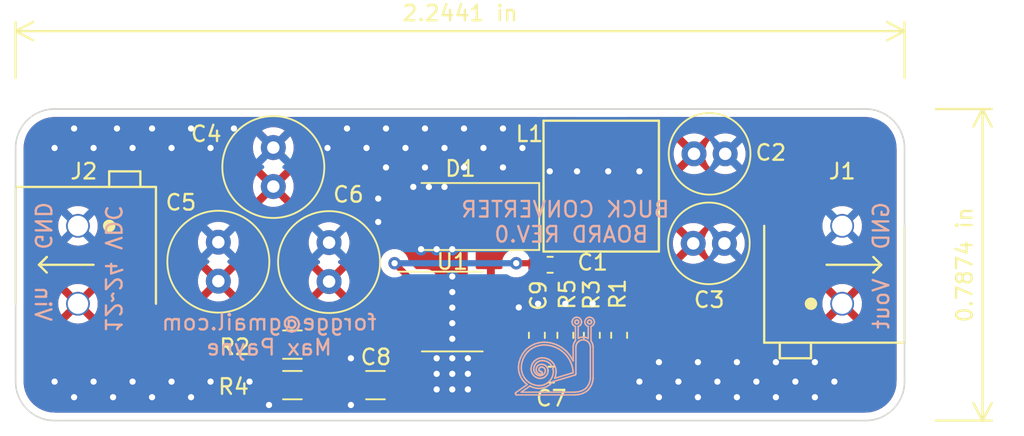
<source format=kicad_pcb>
(kicad_pcb (version 20190605) (host pcbnew "(5.1.0-1220-ga833aeeac)")
  (layers (0 "F.Cu" signal) (31 "B.Cu" signal) (34 "B.Paste" user) (35 "F.Paste" user) (36 "B.SilkS" user) (37 "F.SilkS" user) (38 "B.Mask" user) (39 "F.Mask" user) (44 "Edge.Cuts" user))
  (net 0 "")
  (net 1 "Net-(C1-Pad2)")
  (net 2 "GND")
  (net 3 "Net-(C7-Pad2)")
  (net 4 "Net-(C7-Pad1)")
  (net 5 "Net-(C8-Pad1)")
  (net 6 "Net-(R1-Pad2)")
  (net 7 "Net-(R2-Pad2)")
  (net 8 "/VIN")
  (net 9 "/PH")
  (net 10 "/VOUT")
  (module "Package_SO:SOIC-8_3.9x4.9mm_P1.27mm" (layer "F.Cu") (at 168 123)
    (fp_text reference "U1" (at 0 -3.2) (layer "F.SilkS"))
    (fp_text value "TPS54331")
    (pad "8" smd roundrect (at 2.475 -1.905) (size 1.95 0.6) (layers "F.Cu" "F.Paste" "F.Mask") (net 9 "/PH"))
    (pad "7" smd roundrect (at 2.475 -0.635) (size 1.95 0.6) (layers "F.Cu" "F.Paste" "F.Mask") (net 2 "GND"))
    (pad "6" smd roundrect (at 2.475 0.635) (size 1.95 0.6) (layers "F.Cu" "F.Paste" "F.Mask") (net 4 "Net-(C7-Pad1)"))
    (pad "5" smd roundrect (at 2.475 1.905) (size 1.95 0.6) (layers "F.Cu" "F.Paste" "F.Mask") (net 6 "Net-(R1-Pad2)"))
    (pad "4" smd roundrect (at -2.475 1.905) (size 1.95 0.6) (layers "F.Cu" "F.Paste" "F.Mask") (net 5 "Net-(C8-Pad1)"))
    (pad "3" smd roundrect (at -2.475 0.635) (size 1.95 0.6) (layers "F.Cu" "F.Paste" "F.Mask") (net 7 "Net-(R2-Pad2)"))
    (pad "2" smd roundrect (at -2.475 -0.635) (size 1.95 0.6) (layers "F.Cu" "F.Paste" "F.Mask") (net 8 "/VIN"))
    (pad "1" smd roundrect (at -2.475 -1.905) (size 1.95 0.6) (layers "F.Cu" "F.Paste" "F.Mask") (net 1 "Net-(C1-Pad2)"))
  )
  (module "Resistor_SMD:R_0603_1608Metric_Pad1.05x0.95mm_HandSolder" (layer "F.Cu") (at 175.25 124.525 90)
    (fp_text reference "R5" (at 2.625 0.125 90) (layer "F.SilkS"))
    (fp_text value "13K3")
    (pad "2" smd roundrect (at 0.875 0 90) (size 1.05 0.95) (layers "F.Cu" "F.Paste" "F.Mask") (net 2 "GND"))
    (pad "1" smd roundrect (at -0.875 0 90) (size 1.05 0.95) (layers "F.Cu" "F.Paste" "F.Mask") (net 3 "Net-(C7-Pad2)"))
  )
  (module "Resistor_SMD:R_1206_3216Metric_Pad1.42x1.75mm_HandSolder" (layer "F.Cu") (at 157.75 127.725 180)
    (fp_text reference "R4" (at 3.775 -0.1) (layer "F.SilkS"))
    (fp_text value "47K")
    (pad "2" smd roundrect (at 1.4875 0 180) (size 1.425 1.75) (layers "F.Cu" "F.Paste" "F.Mask") (roundrect_rratio 0.175439) (net 2 "GND"))
    (pad "1" smd roundrect (at -1.4875 0 180) (size 1.425 1.75) (layers "F.Cu" "F.Paste" "F.Mask") (roundrect_rratio 0.175439) (net 7 "Net-(R2-Pad2)"))
  )
  (module "Resistor_SMD:R_0603_1608Metric_Pad1.05x0.95mm_HandSolder" (layer "F.Cu") (at 176.95 124.525 90)
    (fp_text reference "R3" (at 2.6 -0.025 90) (layer "F.SilkS"))
    (fp_text value "2K2")
    (pad "2" smd roundrect (at 0.875 0 90) (size 1.05 0.95) (layers "F.Cu" "F.Paste" "F.Mask") (net 2 "GND"))
    (pad "1" smd roundrect (at -0.875 0 90) (size 1.05 0.95) (layers "F.Cu" "F.Paste" "F.Mask") (net 6 "Net-(R1-Pad2)"))
  )
  (module "Resistor_SMD:R_1206_3216Metric_Pad1.42x1.75mm_HandSolder" (layer "F.Cu") (at 157.75 125.125)
    (fp_text reference "R2" (at -3.7 0.15) (layer "F.SilkS"))
    (fp_text value "220K")
    (pad "2" smd roundrect (at 1.4875 0) (size 1.425 1.75) (layers "F.Cu" "F.Paste" "F.Mask") (roundrect_rratio 0.175439) (net 7 "Net-(R2-Pad2)"))
    (pad "1" smd roundrect (at -1.4875 0) (size 1.425 1.75) (layers "F.Cu" "F.Paste" "F.Mask") (roundrect_rratio 0.175439) (net 8 "/VIN"))
  )
  (module "Resistor_SMD:R_0603_1608Metric_Pad1.05x0.95mm_HandSolder" (layer "F.Cu") (at 178.7 124.525 270)
    (fp_text reference "R1" (at -2.65 0.1 90) (layer "F.SilkS"))
    (fp_text value "10K")
    (pad "2" smd roundrect (at 0.875 0 270) (size 1.05 0.95) (layers "F.Cu" "F.Paste" "F.Mask") (net 6 "Net-(R1-Pad2)"))
    (pad "1" smd roundrect (at -0.875 0 270) (size 1.05 0.95) (layers "F.Cu" "F.Paste" "F.Mask") (net 10 "/VOUT"))
  )
  (module "Project:CDRH74" (layer "F.Cu") (at 177.55 114.95 180)
    (fp_text reference "L1" (at 4.6 3.35) (layer "F.SilkS"))
    (fp_text value "22u")
    (pad "1" smd rect (at 0 -3.2 180) (size 2.2 1.6) (layers "F.Cu" "F.Paste" "F.Mask") (net 9 "/PH"))
    (pad "2" smd rect (at 0 3.2 180) (size 2.2 1.6) (layers "F.Cu" "F.Paste" "F.Mask") (net 10 "/VOUT"))
  )
  (module "Project:DG300-5.0-02P-12" (layer "F.Cu") (at 144 120 270)
    (fp_text reference "J2" (at -6 -0.375 180) (layer "F.SilkS"))
    (fp_text value "VDC_IN")
    (pad "2" thru_hole circle (at 2.5 0 270) (size 1.524 1.524) (drill 1.3) (layers *.Cu *.Mask) (net 8 "/VIN"))
    (pad "1" thru_hole circle (at -2.5 0 270) (size 1.524 1.524) (drill 1.3) (layers *.Cu *.Mask) (net 2 "GND"))
  )
  (module "Project:DG300-5.0-02P-12" (layer "F.Cu") (at 193 120 90)
    (fp_text reference "J1" (at 6 0 180) (layer "F.SilkS"))
    (fp_text value "VDC_OUT")
    (pad "2" thru_hole circle (at 2.5 0 90) (size 1.524 1.524) (drill 1.3) (layers *.Cu *.Mask) (net 2 "GND"))
    (pad "1" thru_hole circle (at -2.5 0 90) (size 1.524 1.524) (drill 1.3) (layers *.Cu *.Mask) (net 10 "/VOUT"))
  )
  (module "Diode_SMD:D_SMA-SMB_Universal_Handsoldering" (layer "F.Cu") (at 168.725 116.9 180)
    (fp_text reference "D1" (at 0.2 3.075) (layer "F.SilkS"))
    (fp_text value "700mV ")
    (pad "2" smd trapezoid (at 2.9 0) (size 3.6 1.7) (rect_delta 0.6 0) (layers "F.Cu" "F.Paste" "F.Mask") (net 2 "GND"))
    (pad "1" smd trapezoid (at -2.9 0 180) (size 3.6 1.7) (rect_delta 0.6 0) (layers "F.Cu" "F.Paste" "F.Mask") (net 9 "/PH"))
  )
  (module "Capacitor_SMD:C_0603_1608Metric_Pad1.05x0.95mm_HandSolder" (layer "F.Cu") (at 173.425 124.525 90)
    (fp_text reference "C9" (at 2.55 0.1 90) (layer "F.SilkS"))
    (fp_text value "10p")
    (pad "2" smd roundrect (at 0.875 0 90) (size 1.05 0.95) (layers "F.Cu" "F.Paste" "F.Mask") (net 2 "GND"))
    (pad "1" smd roundrect (at -0.875 0 90) (size 1.05 0.95) (layers "F.Cu" "F.Paste" "F.Mask") (net 4 "Net-(C7-Pad1)"))
  )
  (module "Capacitor_SMD:C_1206_3216Metric_Pad1.42x1.75mm_HandSolder" (layer "F.Cu") (at 163.075 127.725 180)
    (fp_text reference "C8" (at -0.025 1.8) (layer "F.SilkS"))
    (fp_text value "10n")
    (pad "2" smd roundrect (at 1.4875 0 180) (size 1.425 1.75) (layers "F.Cu" "F.Paste" "F.Mask") (roundrect_rratio 0.175439) (net 2 "GND"))
    (pad "1" smd roundrect (at -1.4875 0 180) (size 1.425 1.75) (layers "F.Cu" "F.Paste" "F.Mask") (roundrect_rratio 0.175439) (net 5 "Net-(C8-Pad1)"))
  )
  (module "Capacitor_SMD:C_0603_1608Metric_Pad1.05x0.95mm_HandSolder" (layer "F.Cu") (at 174.35 127.05)
    (fp_text reference "C7" (at 0 1.525) (layer "F.SilkS"))
    (fp_text value "2n2")
    (pad "2" smd roundrect (at 0.875 0) (size 1.05 0.95) (layers "F.Cu" "F.Paste" "F.Mask") (net 3 "Net-(C7-Pad2)"))
    (pad "1" smd roundrect (at -0.875 0) (size 1.05 0.95) (layers "F.Cu" "F.Paste" "F.Mask") (net 4 "Net-(C7-Pad1)"))
  )
  (module "Capacitor_THT:C_Radial_D6.3mm_H11.0mm_P2.50mm" (layer "F.Cu") (at 160.1 121.075 90)
    (fp_text reference "C6" (at 5.585 1.24 180) (layer "F.SilkS"))
    (fp_text value "10n")
    (pad "2" thru_hole circle (at 2.5 0 90) (size 1.6 1.6) (drill 0.8) (layers *.Cu *.Mask) (net 2 "GND"))
    (pad "1" thru_hole circle (at 0 0 90) (size 1.6 1.6) (drill 0.8) (layers *.Cu *.Mask) (net 8 "/VIN"))
  )
  (module "Capacitor_THT:C_Radial_D6.3mm_H11.0mm_P2.50mm" (layer "F.Cu") (at 153 121.05 90)
    (fp_text reference "C5" (at 5.05 -2.4 180) (layer "F.SilkS"))
    (fp_text value "10u")
    (pad "2" thru_hole circle (at 2.5 0 90) (size 1.6 1.6) (drill 0.8) (layers *.Cu *.Mask) (net 2 "GND"))
    (pad "1" thru_hole circle (at 0 0 90) (size 1.6 1.6) (drill 0.8) (layers *.Cu *.Mask) (net 8 "/VIN"))
  )
  (module "Capacitor_THT:C_Radial_D6.3mm_H11.0mm_P2.50mm" (layer "F.Cu") (at 156.525 114.975 90)
    (fp_text reference "C4" (at 3.375 -4.3 180) (layer "F.SilkS"))
    (fp_text value "10u")
    (pad "2" thru_hole circle (at 2.5 0 90) (size 1.6 1.6) (drill 0.8) (layers *.Cu *.Mask) (net 2 "GND"))
    (pad "1" thru_hole circle (at 0 0 90) (size 1.6 1.6) (drill 0.8) (layers *.Cu *.Mask) (net 8 "/VIN"))
  )
  (module "Capacitor_THT:C_Radial_D5.0mm_H11.0mm_P2.00mm" (layer "F.Cu") (at 183.45 118.625)
    (fp_text reference "C3" (at 1.025 3.625) (layer "F.SilkS"))
    (fp_text value "47u")
    (pad "2" thru_hole circle (at 2 0) (size 1.6 1.6) (drill 0.8) (layers *.Cu *.Mask) (net 2 "GND"))
    (pad "1" thru_hole circle (at 0 0) (size 1.6 1.6) (drill 0.8) (layers *.Cu *.Mask) (net 10 "/VOUT"))
  )
  (module "Capacitor_THT:C_Radial_D5.0mm_H11.0mm_P2.00mm" (layer "F.Cu") (at 183.5 112.875)
    (fp_text reference "C2" (at 4.925 -0.075) (layer "F.SilkS"))
    (fp_text value "47u")
    (pad "2" thru_hole circle (at 2 0) (size 1.6 1.6) (drill 0.8) (layers *.Cu *.Mask) (net 2 "GND"))
    (pad "1" thru_hole circle (at 0 0) (size 1.6 1.6) (drill 0.8) (layers *.Cu *.Mask) (net 10 "/VOUT"))
  )
  (module "Capacitor_SMD:C_0603_1608Metric_Pad1.05x0.95mm_HandSolder" (layer "F.Cu") (at 174.275 120 180)
    (fp_text reference "C1" (at -2.725 0.15) (layer "F.SilkS"))
    (fp_text value "100n")
    (pad "2" smd roundrect (at 0.875 0 180) (size 1.05 0.95) (layers "F.Cu" "F.Paste" "F.Mask") (net 1 "Net-(C1-Pad2)"))
    (pad "1" smd roundrect (at -0.875 0 180) (size 1.05 0.95) (layers "F.Cu" "F.Paste" "F.Mask") (net 9 "/PH"))
  )
  (gr_line (start 174.65539 126.80962) (end 174.63743 126.6765) (layer "B.SilkS") (width 0.1))
  (gr_line (start 173.6168 127.29151) (end 173.64682 127.29151) (layer "B.SilkS") (width 0.1))
  (gr_line (start 176.00614 125.01981) (end 176.06267 124.95135) (layer "B.SilkS") (width 0.1))
  (gr_line (start 175.96343 125.09837) (end 176.00614 125.01981) (layer "B.SilkS") (width 0.1))
  (gr_line (start 176.80535 123.79807) (end 176.79292 123.79807) (layer "B.SilkS") (width 0.1))
  (gr_line (start 177.02865 127.28684) (end 177.02925 127.26639) (layer "B.SilkS") (width 0.1))
  (gr_line (start 173.050675 126.65978) (end 173.050675 126.69537) (layer "B.SilkS") (width 0.1))
  (gr_line (start 175.0498 125.55117) (end 175.18126 125.66603) (layer "B.SilkS") (width 0.1))
  (gr_line (start 175.97201 123.79807) (end 175.93485 123.78804) (layer "B.SilkS") (width 0.1))
  (gr_line (start 173.22542 127.1167) (end 173.3137 127.18951) (layer "B.SilkS") (width 0.1))
  (gr_line (start 176.79292 123.54308) (end 176.80535 123.54308) (layer "B.SilkS") (width 0.1))
  (gr_line (start 174.14144 126.77604) (end 174.13297 126.71365) (layer "B.SilkS") (width 0.1))
  (gr_line (start 175.89589 124.87208) (end 175.87886 124.89275) (layer "B.SilkS") (width 0.1))
  (gr_line (start 173.06277 126.81533) (end 173.097549 126.92719) (layer "B.SilkS") (width 0.1))
  (gr_line (start 173.56462 126.19071) (end 173.66635 126.15989) (layer "B.SilkS") (width 0.1))
  (gr_line (start 173.47092 126.24078) (end 173.56462 126.19071) (layer "B.SilkS") (width 0.1))
  (gr_line (start 175.75998 125.16532) (end 175.75 125.25) (layer "B.SilkS") (width 0.1))
  (gr_line (start 175.98443 123.79807) (end 175.97201 123.79807) (layer "B.SilkS") (width 0.1))
  (gr_line (start 176.85487 123.55307) (end 176.89546 123.58046) (layer "B.SilkS") (width 0.1))
  (gr_line (start 176.95073 124.97185) (end 176.90972 124.90582) (layer "B.SilkS") (width 0.1))
  (gr_line (start 172.247614 126.60612) (end 172.247614 126.64719) (layer "B.SilkS") (width 0.1))
  (gr_line (start 172.424697 126.60612) (end 172.424697 126.53429) (layer "B.SilkS") (width 0.1))
  (gr_line (start 175.70378 123.55208) (end 175.67985 123.64096) (layer "B.SilkS") (width 0.1))
  (gr_line (start 176.89389 123.96197) (end 176.91655 123.95503) (layer "B.SilkS") (width 0.1))
  (gr_line (start 172.452693 126.31896) (end 172.535104 126.04687) (layer "B.SilkS") (width 0.1))
  (gr_line (start 175.80848 128.352654) (end 175.87717 128.352654) (layer "B.SilkS") (width 0.1))
  (gr_line (start 172.247614 126.52561) (end 172.247614 126.60612) (layer "B.SilkS") (width 0.1))
  (gr_line (start 176.77572 123.366) (end 176.6869 123.38993) (layer "B.SilkS") (width 0.1))
  (gr_line (start 173.73812 125.97233) (end 173.63151 125.98617) (layer "B.SilkS") (width 0.1))
  (gr_line (start 172.977161 125.24274) (end 172.784182 125.39128) (layer "B.SilkS") (width 0.1))
  (gr_line (start 175.58441 126.23232) (end 175.65012 126.396281) (layer "B.SilkS") (width 0.1))
  (gr_line (start 176.32672 128.270623) (end 176.53765 128.168517) (layer "B.SilkS") (width 0.1))
  (gr_line (start 176.58822 127.902893) (end 176.55464 127.936584) (layer "B.SilkS") (width 0.1))
  (gr_line (start 172.424697 126.60612) (end 172.424697 126.60612) (layer "B.SilkS") (width 0.1))
  (gr_line (start 177.02925 127.26639) (end 177.02919 127.26211) (layer "B.SilkS") (width 0.1))
  (gr_line (start 173.99637 127.14644) (end 174.0568 127.07319) (layer "B.SilkS") (width 0.1))
  (gr_line (start 176.95297 127.649258) (end 176.99035 127.531365) (layer "B.SilkS") (width 0.1))
  (gr_line (start 175.86692 123.62099) (end 175.89432 123.58046) (layer "B.SilkS") (width 0.1))
  (gr_line (start 174.56625 127.28359) (end 174.58057 127.25066) (layer "B.SilkS") (width 0.1))
  (gr_line (start 173.74686 126.14942) (end 173.77371 126.14942) (layer "B.SilkS") (width 0.1))
  (gr_line (start 173.66635 126.15989) (end 173.74686 126.14942) (layer "B.SilkS") (width 0.1))
  (gr_line (start 172.424697 126.53429) (end 172.452693 126.31896) (layer "B.SilkS") (width 0.1))
  (gr_line (start 176.99328 125.06707) (end 176.95073 124.97185) (layer "B.SilkS") (width 0.1))
  (gr_line (start 175.98443 123.366) (end 175.9548 123.366) (layer "B.SilkS") (width 0.1))
  (gr_line (start 174.65539 126.90962) (end 174.65539 126.85401) (layer "B.SilkS") (width 0.1))
  (gr_line (start 173.097549 126.92719) (end 173.15262 127.02844) (layer "B.SilkS") (width 0.1))
  (gr_line (start 173.7488 126.383471) (end 173.72803 126.383471) (layer "B.SilkS") (width 0.1))
  (gr_line (start 176.93283 123.68294) (end 176.9228 123.72011) (layer "B.SilkS") (width 0.1))
  (gr_line (start 174.14144 126.82174) (end 174.14144 126.79687) (layer "B.SilkS") (width 0.1))
  (gr_line (start 173.46517 126.50196) (end 173.40593 126.59847) (layer "B.SilkS") (width 0.1))
  (gr_line (start 173.48166 126.48553) (end 173.46517 126.50196) (layer "B.SilkS") (width 0.1))
  (gr_line (start 176.223149 124.66071) (end 176.0963 124.70949) (layer "B.SilkS") (width 0.1))
  (gr_line (start 174.28429 125.00739) (end 174.08669 124.9783) (layer "B.SilkS") (width 0.1))
  (gr_line (start 175.83464 124.96046) (end 175.78873 125.05882) (layer "B.SilkS") (width 0.1))
  (gr_line (start 175.89432 123.76069) (end 175.86692 123.72011) (layer "B.SilkS") (width 0.1))
  (gr_line (start 174.0625 127.817715) (end 174.26665 127.683166) (layer "B.SilkS") (width 0.1))
  (gr_line (start 173.82971 127.903706) (end 174.0625 127.817715) (layer "B.SilkS") (width 0.1))
  (gr_line (start 176.6779 123.67058) (end 176.6779 123.65815) (layer "B.SilkS") (width 0.1))
  (gr_line (start 176.48269 124.82515) (end 176.56944 124.85211) (layer "B.SilkS") (width 0.1))
  (gr_line (start 176.41287 124.81576) (end 176.48269 124.82515) (layer "B.SilkS") (width 0.1))
  (gr_line (start 175.93485 123.78804) (end 175.89432 123.76069) (layer "B.SilkS") (width 0.1))
  (gr_line (start 172.057401 128.235901) (end 172.05279 128.263027) (layer "B.SilkS") (width 0.1))
  (gr_line (start 174.42785 125.22537) (end 174.59597 125.28505) (layer "B.SilkS") (width 0.1))
  (gr_line (start 176.11193 123.65815) (end 176.11193 123.67058) (layer "B.SilkS") (width 0.1))
  (gr_line (start 172.480308 127.35629) (end 172.575468 127.478848) (layer "B.SilkS") (width 0.1))
  (gr_line (start 175.9548 123.366) (end 175.86594 123.38993) (layer "B.SilkS") (width 0.1))
  (gr_line (start 176.43268 124.63868) (end 176.3896 124.63868) (layer "B.SilkS") (width 0.1))
  (gr_line (start 175.87717 128.352654) (end 176.083389 128.332092) (layer "B.SilkS") (width 0.1))
  (gr_line (start 173.49811 126.46903) (end 173.48166 126.48553) (layer "B.SilkS") (width 0.1))
  (gr_line (start 172.7621 127.41944) (end 172.621475 127.24908) (layer "B.SilkS") (width 0.1))
  (gr_line (start 172.932455 127.560065) (end 172.7621 127.41944) (layer "B.SilkS") (width 0.1))
  (gr_line (start 173.37278 126.09337) (end 173.2876 126.15897) (layer "B.SilkS") (width 0.1))
  (gr_line (start 173.68462 126.85129) (end 173.67605 126.85129) (layer "B.SilkS") (width 0.1))
  (gr_line (start 173.7105 126.85824) (end 173.68462 126.85129) (layer "B.SilkS") (width 0.1))
  (gr_line (start 176.9803 123.91965) (end 177.04872 123.85347) (layer "B.SilkS") (width 0.1))
  (gr_line (start 176.3896 124.63868) (end 176.34798 124.63868) (layer "B.SilkS") (width 0.1))
  (gr_line (start 176.63037 123.91965) (end 176.69407 123.95503) (layer "B.SilkS") (width 0.1))
  (gr_line (start 176.07297 124.72287) (end 176.07297 123.96197) (layer "B.SilkS") (width 0.1))
  (gr_line (start 176.83491 123.366) (end 176.80535 123.366) (layer "B.SilkS") (width 0.1))
  (gr_line (start 174.63228 127.07661) (end 174.65539 126.90962) (layer "B.SilkS") (width 0.1))
  (gr_line (start 176.6779 123.65815) (end 176.68789 123.62099) (layer "B.SilkS") (width 0.1))
  (gr_line (start 173.72803 126.383471) (end 173.69466 126.383471) (layer "B.SilkS") (width 0.1))
  (gr_line (start 175.89432 123.58046) (end 175.93485 123.55307) (layer "B.SilkS") (width 0.1))
  (gr_line (start 176.27279 123.76861) (end 176.28901 123.69504) (layer "B.SilkS") (width 0.1))
  (gr_line (start 172.669218 125.79624) (end 172.801705 125.62414) (layer "B.SilkS") (width 0.1))
  (gr_line (start 175.86594 123.38993) (end 175.76915 123.4553) (layer "B.SilkS") (width 0.1))
  (gr_line (start 173.61497 126.60265) (end 173.66239 126.57351) (layer "B.SilkS") (width 0.1))
  (gr_line (start 173.60689 126.61074) (end 173.61497 126.60265) (layer "B.SilkS") (width 0.1))
  (gr_line (start 174.13135 126.89643) (end 174.14144 126.82174) (layer "B.SilkS") (width 0.1))
  (gr_line (start 176.0473 128.158317) (end 175.86817 128.175516) (layer "B.SilkS") (width 0.1))
  (gr_line (start 176.25733 128.107048) (end 176.0473 128.158317) (layer "B.SilkS") (width 0.1))
  (gr_line (start 174.39682 126.23086) (end 174.26628 126.12311) (layer "B.SilkS") (width 0.1))
  (gr_line (start 173.36865 126.32824) (end 173.38764 126.309301) (layer "B.SilkS") (width 0.1))
  (gr_line (start 173.31912 126.39258) (end 173.36865 126.32824) (layer "B.SilkS") (width 0.1))
  (gr_line (start 175.98443 123.54308) (end 175.9968 123.54308) (layer "B.SilkS") (width 0.1))
  (gr_line (start 172.804743 127.686855) (end 172.090224 128.191793) (layer "B.SilkS") (width 0.1))
  (gr_line (start 175.18126 125.66603) (end 175.30133 125.79237) (layer "B.SilkS") (width 0.1))
  (gr_line (start 172.05279 128.263027) (end 172.054851 128.284295) (layer "B.SilkS") (width 0.1))
  (gr_line (start 173.40658 126.29032) (end 173.47092 126.24078) (layer "B.SilkS") (width 0.1))
  (gr_line (start 173.38764 126.309301) (end 173.40658 126.29032) (layer "B.SilkS") (width 0.1))
  (gr_line (start 174.11654 126.04172) (end 173.95118 125.99024) (layer "B.SilkS") (width 0.1))
  (gr_line (start 173.74637 127.28142) (end 173.83914 127.25256) (layer "B.SilkS") (width 0.1))
  (gr_line (start 172.95649 127.796447) (end 172.957521 127.795688) (layer "B.SilkS") (width 0.1))
  (gr_line (start 172.420032 128.175516) (end 172.95649 127.796447) (layer "B.SilkS") (width 0.1))
  (gr_line (start 175.97201 123.54308) (end 175.98443 123.54308) (layer "B.SilkS") (width 0.1))
  (gr_line (start 173.7116 126.56055) (end 173.72803 126.56055) (layer "B.SilkS") (width 0.1))
  (gr_line (start 173.66239 126.57351) (end 173.7116 126.56055) (layer "B.SilkS") (width 0.1))
  (gr_line (start 172.535104 126.04687) (end 172.669218 125.79624) (layer "B.SilkS") (width 0.1))
  (gr_line (start 174.65539 126.85401) (end 174.65539 126.80962) (layer "B.SilkS") (width 0.1))
  (gr_line (start 176.34798 124.63868) (end 176.223149 124.66071) (layer "B.SilkS") (width 0.1))
  (gr_line (start 176.67562 128.066304) (end 176.71544 128.026102) (layer "B.SilkS") (width 0.1))
  (gr_line (start 176.79292 123.79807) (end 176.75575 123.78804) (layer "B.SilkS") (width 0.1))
  (gr_line (start 175.85693 123.68294) (end 175.85693 123.67058) (layer "B.SilkS") (width 0.1))
  (gr_line (start 172.521811 125.69808) (end 172.371421 125.97912) (layer "B.SilkS") (width 0.1))
  (gr_line (start 172.371421 125.97912) (end 172.279028 126.28414) (layer "B.SilkS") (width 0.1))
  (gr_line (start 176.81771 123.79807) (end 176.80535 123.79807) (layer "B.SilkS") (width 0.1))
  (gr_line (start 173.55669 126.7435) (end 173.55669 126.73189) (layer "B.SilkS") (width 0.1))
  (gr_line (start 173.56608 126.77833) (end 173.55669 126.7435) (layer "B.SilkS") (width 0.1))
  (gr_line (start 172.059029 128.297478) (end 172.069608 128.316033) (layer "B.SilkS") (width 0.1))
  (gr_line (start 172.903214 125.52262) (end 173.07536 125.39014) (layer "B.SilkS") (width 0.1))
  (gr_line (start 176.1594 123.91965) (end 176.227819 123.85347) (layer "B.SilkS") (width 0.1))
  (gr_line (start 177.02447 127.34403) (end 177.02865 127.28684) (layer "B.SilkS") (width 0.1))
  (gr_line (start 173.77371 125.97233) (end 173.73812 125.97233) (layer "B.SilkS") (width 0.1))
  (gr_line (start 176.07454 123.76069) (end 176.03397 123.78804) (layer "B.SilkS") (width 0.1))
  (gr_line (start 176.09565 123.95503) (end 176.1594 123.91965) (layer "B.SilkS") (width 0.1))
  (gr_line (start 176.6869 123.38993) (end 176.59007 123.4553) (layer "B.SilkS") (width 0.1))
  (gr_line (start 173.37961 126.76069) (end 173.40294 126.84718) (layer "B.SilkS") (width 0.1))
  (gr_line (start 173.37961 126.73189) (end 173.37961 126.76069) (layer "B.SilkS") (width 0.1))
  (gr_line (start 173.96436 126.77387) (end 173.96436 126.79687) (layer "B.SilkS") (width 0.1))
  (gr_line (start 173.94575 126.70497) (end 173.96436 126.77387) (layer "B.SilkS") (width 0.1))
  (gr_line (start 176.93283 123.67058) (end 176.93283 123.68294) (layer "B.SilkS") (width 0.1))
  (gr_line (start 173.050675 126.72532) (end 173.06277 126.81533) (layer "B.SilkS") (width 0.1))
  (gr_line (start 175.69603 123.76861) (end 175.741 123.85342) (layer "B.SilkS") (width 0.1))
  (gr_line (start 173.26904 126.48628) (end 173.31912 126.39258) (layer "B.SilkS") (width 0.1))
  (gr_line (start 173.23823 126.588) (end 173.26904 126.48628) (layer "B.SilkS") (width 0.1))
  (gr_line (start 175.75 125.27828) (end 175.75 126.16911) (layer "B.SilkS") (width 0.1))
  (gr_line (start 174.108889 126.63607) (end 174.07069 126.56587) (layer "B.SilkS") (width 0.1))
  (gr_line (start 175.92708 127.00044) (end 175.92708 126.99344) (layer "B.SilkS") (width 0.1))
  (gr_line (start 175.92247 127.02155) (end 175.92708 127.00044) (layer "B.SilkS") (width 0.1))
  (gr_line (start 173.81804 125.97233) (end 173.77371 125.97233) (layer "B.SilkS") (width 0.1))
  (gr_line (start 173.32601 125.25603) (end 173.5981 125.17361) (layer "B.SilkS") (width 0.1))
  (gr_line (start 173.46653 126.94142) (end 173.56076 127.005) (layer "B.SilkS") (width 0.1))
  (gr_line (start 173.40294 126.84718) (end 173.46653 126.94142) (layer "B.SilkS") (width 0.1))
  (gr_line (start 175.86692 123.72011) (end 175.85693 123.68294) (layer "B.SilkS") (width 0.1))
  (gr_line (start 176.68789 123.72011) (end 176.6779 123.68294) (layer "B.SilkS") (width 0.1))
  (gr_line (start 176.84272 125.18512) (end 176.85216 125.25494) (layer "B.SilkS") (width 0.1))
  (gr_line (start 176.81571 125.09837) (end 176.84272 125.18512) (layer "B.SilkS") (width 0.1))
  (gr_line (start 173.49686 126.02697) (end 173.37278 126.09337) (layer "B.SilkS") (width 0.1))
  (gr_line (start 173.93555 124.96854) (end 173.88521 124.96854) (layer "B.SilkS") (width 0.1))
  (gr_line (start 174.50455 126.36139) (end 174.39682 126.23086) (layer "B.SilkS") (width 0.1))
  (gr_line (start 176.07297 123.96197) (end 176.09565 123.95503) (layer "B.SilkS") (width 0.1))
  (gr_line (start 176.56196 123.85342) (end 176.63037 123.91965) (layer "B.SilkS") (width 0.1))
  (gr_line (start 173.63894 127.93398) (end 173.82971 127.903706) (layer "B.SilkS") (width 0.1))
  (gr_line (start 173.57541 127.93398) (end 173.63894 127.93398) (layer "B.SilkS") (width 0.1))
  (gr_line (start 176.53765 128.168517) (end 176.67562 128.066304) (layer "B.SilkS") (width 0.1))
  (gr_line (start 174.13297 126.71365) (end 174.108889 126.63607) (layer "B.SilkS") (width 0.1))
  (gr_line (start 176.50082 123.67058) (end 176.50082 123.69504) (layer "B.SilkS") (width 0.1))
  (gr_line (start 175.74723 126.88211) (end 175.74886 126.92796) (layer "B.SilkS") (width 0.1))
  (gr_line (start 176.84782 127.32721) (end 176.83789 127.3973) (layer "B.SilkS") (width 0.1))
  (gr_line (start 176.85157 127.2805) (end 176.84782 127.32721) (layer "B.SilkS") (width 0.1))
  (gr_line (start 175.80941 123.91965) (end 175.87315 123.95503) (layer "B.SilkS") (width 0.1))
  (gr_line (start 175.17443 125.426) (end 175.01314 125.30735) (layer "B.SilkS") (width 0.1))
  (gr_line (start 174.27165 126.356011) (end 174.35775 126.46029) (layer "B.SilkS") (width 0.1))
  (gr_line (start 174.16737 126.26992) (end 174.27165 126.356011) (layer "B.SilkS") (width 0.1))
  (gr_line (start 177.02919 127.26211) (end 177.02919 125.27828) (layer "B.SilkS") (width 0.1))
  (gr_line (start 174.90783 125.44885) (end 175.0498 125.55117) (layer "B.SilkS") (width 0.1))
  (gr_line (start 173.73861 126.87724) (end 173.7105 126.85824) (layer "B.SilkS") (width 0.1))
  (gr_line (start 173.7576 126.90533) (end 173.73861 126.87724) (layer "B.SilkS") (width 0.1))
  (gr_line (start 173.050675 126.69537) (end 173.050675 126.72532) (layer "B.SilkS") (width 0.1))
  (gr_line (start 175.67985 123.67058) (end 175.67985 123.69504) (layer "B.SilkS") (width 0.1))
  (gr_line (start 176.28901 123.64096) (end 176.26503 123.55208) (layer "B.SilkS") (width 0.1))
  (gr_line (start 173.2876 126.15897) (end 173.26248 126.18408) (layer "B.SilkS") (width 0.1))
  (gr_line (start 172.852486 125.57342) (end 172.903214 125.52262) (layer "B.SilkS") (width 0.1))
  (gr_line (start 174.58057 127.25066) (end 174.63228 127.07661) (layer "B.SilkS") (width 0.1))
  (gr_line (start 176.85216 125.27828) (end 176.85216 127.26281) (layer "B.SilkS") (width 0.1))
  (gr_line (start 176.85216 125.25494) (end 176.85216 125.27828) (layer "B.SilkS") (width 0.1))
  (gr_line (start 175.9968 123.54308) (end 176.03397 123.55307) (layer "B.SilkS") (width 0.1))
  (gr_line (start 172.141331 128.352654) (end 175.80848 128.352654) (layer "B.SilkS") (width 0.1))
  (gr_line (start 176.014 123.366) (end 175.98443 123.366) (layer "B.SilkS") (width 0.1))
  (gr_line (start 176.227819 123.85347) (end 176.27279 123.76861) (layer "B.SilkS") (width 0.1))
  (gr_line (start 173.25792 127.895569) (end 173.41379 127.924161) (layer "B.SilkS") (width 0.1))
  (gr_line (start 173.10894 127.849344) (end 173.25792 127.895569) (layer "B.SilkS") (width 0.1))
  (gr_line (start 173.96436 126.82775) (end 173.93935 126.92036) (layer "B.SilkS") (width 0.1))
  (gr_line (start 173.96436 126.79687) (end 173.96436 126.82775) (layer "B.SilkS") (width 0.1))
  (gr_line (start 172.070096 128.211487) (end 172.057401 128.235901) (layer "B.SilkS") (width 0.1))
  (gr_line (start 176.75575 123.55307) (end 176.79292 123.54308) (layer "B.SilkS") (width 0.1))
  (gr_line (start 176.81771 123.54308) (end 176.85487 123.55307) (layer "B.SilkS") (width 0.1))
  (gr_line (start 176.74365 127.997565) (end 176.81923 127.90273) (layer "B.SilkS") (width 0.1))
  (gr_line (start 176.07454 123.58046) (end 176.10189 123.62099) (layer "B.SilkS") (width 0.1))
  (gr_line (start 177.08594 123.55208) (end 177.02062 123.4553) (layer "B.SilkS") (width 0.1))
  (gr_line (start 176.7168 124.72896) (end 176.69282 124.71464) (layer "B.SilkS") (width 0.1))
  (gr_line (start 175.37033 125.6059) (end 175.32514 125.56126) (layer "B.SilkS") (width 0.1))
  (gr_line (start 176.03397 123.78804) (end 175.9968 123.79807) (layer "B.SilkS") (width 0.1))
  (gr_line (start 177.04872 123.85347) (end 177.09369 123.76861) (layer "B.SilkS") (width 0.1))
  (gr_line (start 176.91655 123.95503) (end 176.9803 123.91965) (layer "B.SilkS") (width 0.1))
  (gr_line (start 173.88526 125.14562) (end 173.9318 125.14562) (layer "B.SilkS") (width 0.1))
  (gr_line (start 176.11193 123.68294) (end 176.10189 123.72011) (layer "B.SilkS") (width 0.1))
  (gr_line (start 175.93647 125.18512) (end 175.96343 125.09837) (layer "B.SilkS") (width 0.1))
  (gr_line (start 175.92708 125.25494) (end 175.93647 125.18512) (layer "B.SilkS") (width 0.1))
  (gr_line (start 176.69407 123.95503) (end 176.7168 123.96197) (layer "B.SilkS") (width 0.1))
  (gr_line (start 173.59875 126.61882) (end 173.60689 126.61074) (layer "B.SilkS") (width 0.1))
  (gr_line (start 173.56961 126.66629) (end 173.59875 126.61882) (layer "B.SilkS") (width 0.1))
  (gr_line (start 172.399796 127.22293) (end 172.480308 127.35629) (layer "B.SilkS") (width 0.1))
  (gr_line (start 173.17171 126.29444) (end 173.10531 126.41851) (layer "B.SilkS") (width 0.1))
  (gr_line (start 172.279028 126.28414) (end 172.247614 126.52561) (layer "B.SilkS") (width 0.1))
  (gr_line (start 175.87315 123.95503) (end 175.89589 123.96197) (layer "B.SilkS") (width 0.1))
  (gr_line (start 173.3137 127.18951) (end 173.41493 127.24458) (layer "B.SilkS") (width 0.1))
  (gr_line (start 176.74029 127.691955) (end 176.67497 127.799702) (layer "B.SilkS") (width 0.1))
  (gr_line (start 176.78717 127.585238) (end 176.74029 127.691955) (layer "B.SilkS") (width 0.1))
  (gr_line (start 175.70004 126.5675) (end 175.73323 126.74496) (layer "B.SilkS") (width 0.1))
  (gr_line (start 173.92312 127.20687) (end 173.99637 127.14644) (layer "B.SilkS") (width 0.1))
  (gr_line (start 176.9228 123.62099) (end 176.93283 123.65815) (layer "B.SilkS") (width 0.1))
  (gr_line (start 174.75623 125.35982) (end 174.90783 125.44885) (layer "B.SilkS") (width 0.1))
  (gr_line (start 174.4228 126.57997) (end 174.46393 126.71214) (layer "B.SilkS") (width 0.1))
  (gr_line (start 174.35775 126.46029) (end 174.4228 126.57997) (layer "B.SilkS") (width 0.1))
  (gr_line (start 173.95118 125.99024) (end 173.81804 125.97233) (layer "B.SilkS") (width 0.1))
  (gr_line (start 176.80535 123.54308) (end 176.81771 123.54308) (layer "B.SilkS") (width 0.1))
  (gr_line (start 174.0568 127.07319) (end 174.10248 126.98921) (layer "B.SilkS") (width 0.1))
  (gr_line (start 173.64682 127.29151) (end 173.67166 127.29151) (layer "B.SilkS") (width 0.1))
  (gr_line (start 175.85693 123.65815) (end 175.86692 123.62099) (layer "B.SilkS") (width 0.1))
  (gr_line (start 172.257705 126.7704) (end 172.287219 126.92882) (layer "B.SilkS") (width 0.1))
  (gr_line (start 176.03397 123.55307) (end 176.07454 123.58046) (layer "B.SilkS") (width 0.1))
  (gr_line (start 176.648 124.89481) (end 176.71647 124.95135) (layer "B.SilkS") (width 0.1))
  (gr_line (start 176.56944 124.85211) (end 176.648 124.89481) (layer "B.SilkS") (width 0.1))
  (gr_line (start 173.83914 127.25256) (end 173.92312 127.20687) (layer "B.SilkS") (width 0.1))
  (gr_line (start 174.40723 127.20508) (end 174.3239 127.35846) (layer "B.SilkS") (width 0.1))
  (gr_line (start 174.45992 127.0357) (end 174.40723 127.20508) (layer "B.SilkS") (width 0.1))
  (gr_line (start 173.35059 126.99154) (end 173.29937 126.92947) (layer "B.SilkS") (width 0.1))
  (gr_line (start 173.41265 127.04276) (end 173.35059 126.99154) (layer "B.SilkS") (width 0.1))
  (gr_line (start 175.89589 123.96197) (end 175.89589 124.87208) (layer "B.SilkS") (width 0.1))
  (gr_line (start 173.67762 127.11443) (end 173.64682 127.11443) (layer "B.SilkS") (width 0.1))
  (gr_line (start 173.77023 127.08942) (end 173.67762 127.11443) (layer "B.SilkS") (width 0.1))
  (gr_line (start 176.68789 123.62099) (end 176.71522 123.58046) (layer "B.SilkS") (width 0.1))
  (gr_line (start 177.01997 125.16971) (end 176.99328 125.06707) (layer "B.SilkS") (width 0.1))
  (gr_line (start 174.63743 126.6765) (end 174.58594 126.51112) (layer "B.SilkS") (width 0.1))
  (gr_line (start 173.89503 126.62983) (end 173.94575 126.70497) (layer "B.SilkS") (width 0.1))
  (gr_line (start 173.81987 126.57911) (end 173.89503 126.62983) (layer "B.SilkS") (width 0.1))
  (gr_line (start 176.85216 127.2672) (end 176.85157 127.2805) (layer "B.SilkS") (width 0.1))
  (gr_line (start 176.85216 127.26281) (end 176.85216 127.2672) (layer "B.SilkS") (width 0.1))
  (gr_line (start 173.12793 127.666294) (end 172.932455 127.560065) (layer "B.SilkS") (width 0.1))
  (gr_line (start 173.34375 127.733459) (end 173.12793 127.666294) (layer "B.SilkS") (width 0.1))
  (gr_line (start 176.81869 127.485195) (end 176.78717 127.585238) (layer "B.SilkS") (width 0.1))
  (gr_line (start 176.83789 127.3973) (end 176.81869 127.485195) (layer "B.SilkS") (width 0.1))
  (gr_line (start 172.424697 126.66401) (end 172.424697 126.60612) (layer "B.SilkS") (width 0.1))
  (gr_line (start 172.44808 126.83774) (end 172.424697 126.66401) (layer "B.SilkS") (width 0.1))
  (gr_line (start 176.51698 123.76861) (end 176.56196 123.85342) (layer "B.SilkS") (width 0.1))
  (gr_line (start 175.87078 127.07623) (end 175.88965 127.06571) (layer "B.SilkS") (width 0.1))
  (gr_line (start 175.86404 127.07824) (end 175.87078 127.07623) (layer "B.SilkS") (width 0.1))
  (gr_line (start 174.43598 127.506951) (end 174.44591 127.504672) (layer "B.SilkS") (width 0.1))
  (gr_line (start 174.43501 127.507113) (end 174.43598 127.506951) (layer "B.SilkS") (width 0.1))
  (gr_line (start 175.01314 125.30735) (end 174.84235 125.20574) (layer "B.SilkS") (width 0.1))
  (gr_line (start 172.089031 128.33551) (end 172.113499 128.348151) (layer "B.SilkS") (width 0.1))
  (gr_line (start 174.66325 125.12153) (end 174.47683 125.05529) (layer "B.SilkS") (width 0.1))
  (gr_line (start 172.287219 126.92882) (end 172.335016 127.08003) (layer "B.SilkS") (width 0.1))
  (gr_line (start 176.43789 128.021816) (end 176.25733 128.107048) (layer "B.SilkS") (width 0.1))
  (gr_line (start 176.55464 127.936584) (end 176.43789 128.021816) (layer "B.SilkS") (width 0.1))
  (gr_line (start 175.65012 126.396281) (end 175.70004 126.5675) (layer "B.SilkS") (width 0.1))
  (gr_line (start 173.26069 126.85829) (end 173.23627 126.77968) (layer "B.SilkS") (width 0.1))
  (gr_line (start 173.29937 126.92947) (end 173.26069 126.85829) (layer "B.SilkS") (width 0.1))
  (gr_line (start 176.89546 123.76069) (end 176.85487 123.78804) (layer "B.SilkS") (width 0.1))
  (gr_line (start 176.89389 124.88553) (end 176.89389 123.96197) (layer "B.SilkS") (width 0.1))
  (gr_line (start 175.40912 125.92947) (end 175.5038 126.07644) (layer "B.SilkS") (width 0.1))
  (gr_line (start 173.59169 126.81625) (end 173.56608 126.77833) (layer "B.SilkS") (width 0.1))
  (gr_line (start 173.62961 126.84186) (end 173.59169 126.81625) (layer "B.SilkS") (width 0.1))
  (gr_line (start 175.85693 123.67058) (end 175.85693 123.65815) (layer "B.SilkS") (width 0.1))
  (gr_line (start 175.76915 123.4553) (end 175.70378 123.55208) (layer "B.SilkS") (width 0.1))
  (gr_line (start 173.64719 127.02838) (end 173.67605 127.02838) (layer "B.SilkS") (width 0.1))
  (gr_line (start 173.56076 127.005) (end 173.64719 127.02838) (layer "B.SilkS") (width 0.1))
  (gr_line (start 174.4783 126.89942) (end 174.45992 127.0357) (layer "B.SilkS") (width 0.1))
  (gr_line (start 174.4783 126.85401) (end 174.4783 126.89942) (layer "B.SilkS") (width 0.1))
  (gr_line (start 175.5038 126.07644) (end 175.58441 126.23232) (layer "B.SilkS") (width 0.1))
  (gr_line (start 173.06451 126.55318) (end 173.050675 126.65978) (layer "B.SilkS") (width 0.1))
  (gr_line (start 173.37961 126.69851) (end 173.37961 126.73189) (layer "B.SilkS") (width 0.1))
  (gr_line (start 173.40593 126.59847) (end 173.37961 126.69851) (layer "B.SilkS") (width 0.1))
  (gr_line (start 174.47683 125.05529) (end 174.28429 125.00739) (layer "B.SilkS") (width 0.1))
  (gr_line (start 176.75575 123.78804) (end 176.71522 123.76069) (layer "B.SilkS") (width 0.1))
  (gr_line (start 172.090224 128.191793) (end 172.084528 128.195752) (layer "B.SilkS") (width 0.1))
  (gr_line (start 176.083389 128.332092) (end 176.32672 128.270623) (layer "B.SilkS") (width 0.1))
  (gr_line (start 173.59462 126.40978) (end 173.49811 126.46903) (layer "B.SilkS") (width 0.1))
  (gr_line (start 174.44694 127.504401) (end 175.86404 127.07824) (layer "B.SilkS") (width 0.1))
  (gr_line (start 174.44591 127.504672) (end 174.44694 127.504401) (layer "B.SilkS") (width 0.1))
  (gr_line (start 172.670357 125.50511) (end 172.521811 125.69808) (layer "B.SilkS") (width 0.1))
  (gr_line (start 174.07157 125.15474) (end 174.25276 125.18165) (layer "B.SilkS") (width 0.1))
  (gr_line (start 174.39833 127.555237) (end 174.43501 127.507113) (layer "B.SilkS") (width 0.1))
  (gr_line (start 174.26665 127.683166) (end 174.39833 127.555237) (layer "B.SilkS") (width 0.1))
  (gr_line (start 176.80535 123.366) (end 176.77572 123.366) (layer "B.SilkS") (width 0.1))
  (gr_line (start 177.02925 125.2511) (end 177.01997 125.16971) (layer "B.SilkS") (width 0.1))
  (gr_line (start 176.10189 123.72011) (end 176.07454 123.76069) (layer "B.SilkS") (width 0.1))
  (gr_line (start 173.67166 127.29151) (end 173.74637 127.28142) (layer "B.SilkS") (width 0.1))
  (gr_line (start 173.62571 127.11443) (end 173.56244 127.10586) (layer "B.SilkS") (width 0.1))
  (gr_line (start 173.64682 127.11443) (end 173.62571 127.11443) (layer "B.SilkS") (width 0.1))
  (gr_line (start 176.71522 123.76069) (end 176.68789 123.72011) (layer "B.SilkS") (width 0.1))
  (gr_line (start 172.684029 127.589416) (end 172.773222 127.66434) (layer "B.SilkS") (width 0.1))
  (gr_line (start 173.26248 126.18408) (end 173.23731 126.20921) (layer "B.SilkS") (width 0.1))
  (gr_line (start 174.07069 126.56587) (end 174.02018 126.50467) (layer "B.SilkS") (width 0.1))
  (gr_line (start 173.22776 126.71643) (end 173.22776 126.69537) (layer "B.SilkS") (width 0.1))
  (gr_line (start 173.23627 126.77968) (end 173.22776 126.71643) (layer "B.SilkS") (width 0.1))
  (gr_line (start 176.6779 123.68294) (end 176.6779 123.67058) (layer "B.SilkS") (width 0.1))
  (gr_line (start 176.28901 123.67058) (end 176.28901 123.64096) (layer "B.SilkS") (width 0.1))
  (gr_line (start 173.07536 125.39014) (end 173.32601 125.25603) (layer "B.SilkS") (width 0.1))
  (gr_line (start 176.50082 123.64096) (end 176.50082 123.67058) (layer "B.SilkS") (width 0.1))
  (gr_line (start 175.93485 123.55307) (end 175.97201 123.54308) (layer "B.SilkS") (width 0.1))
  (gr_line (start 176.99035 127.531365) (end 177.01292 127.427633) (layer "B.SilkS") (width 0.1))
  (gr_line (start 176.71522 123.58046) (end 176.75575 123.55307) (layer "B.SilkS") (width 0.1))
  (gr_line (start 173.002172 127.804259) (end 173.10894 127.849344) (layer "B.SilkS") (width 0.1))
  (gr_line (start 172.967991 127.786627) (end 173.002172 127.804259) (layer "B.SilkS") (width 0.1))
  (gr_line (start 176.9228 123.72011) (end 176.89546 123.76069) (layer "B.SilkS") (width 0.1))
  (gr_line (start 173.23731 126.20921) (end 173.17171 126.29444) (layer "B.SilkS") (width 0.1))
  (gr_line (start 172.784182 125.39128) (end 172.727269 125.44819) (layer "B.SilkS") (width 0.1))
  (gr_line (start 175.92708 125.27828) (end 175.92708 125.25494) (layer "B.SilkS") (width 0.1))
  (gr_line (start 175.92708 126.99344) (end 175.92708 125.27828) (layer "B.SilkS") (width 0.1))
  (gr_line (start 174.58594 126.51112) (end 174.50455 126.36139) (layer "B.SilkS") (width 0.1))
  (gr_line (start 172.773222 127.66434) (end 172.804743 127.686855) (layer "B.SilkS") (width 0.1))
  (gr_line (start 173.51747 127.756897) (end 173.34375 127.733459) (layer "B.SilkS") (width 0.1))
  (gr_line (start 173.57541 127.756897) (end 173.51747 127.756897) (layer "B.SilkS") (width 0.1))
  (gr_line (start 173.55669 126.71544) (end 173.56961 126.66629) (layer "B.SilkS") (width 0.1))
  (gr_line (start 173.55669 126.73189) (end 173.55669 126.71544) (layer "B.SilkS") (width 0.1))
  (gr_line (start 175.75 126.16911) (end 175.72467 126.11324) (layer "B.SilkS") (width 0.1))
  (gr_line (start 176.90972 124.90582) (end 176.89389 124.88553) (layer "B.SilkS") (width 0.1))
  (gr_line (start 175.32514 125.56126) (end 175.28918 125.52572) (layer "B.SilkS") (width 0.1))
  (gr_line (start 176.92378 123.38993) (end 176.83491 123.366) (layer "B.SilkS") (width 0.1))
  (gr_line (start 175.28918 125.52572) (end 175.17443 125.426) (layer "B.SilkS") (width 0.1))
  (gr_line (start 173.10531 126.41851) (end 173.06451 126.55318) (layer "B.SilkS") (width 0.1))
  (gr_line (start 175.56739 125.84832) (end 175.37033 125.6059) (layer "B.SilkS") (width 0.1))
  (gr_line (start 177.02925 125.27828) (end 177.02925 125.27828) (layer "B.SilkS") (width 0.1))
  (gr_line (start 172.967069 127.787495) (end 172.967991 127.786627) (layer "B.SilkS") (width 0.1))
  (gr_line (start 172.957521 127.795688) (end 172.967069 127.787495) (layer "B.SilkS") (width 0.1))
  (gr_line (start 172.056967 128.290913) (end 172.059029 128.297478) (layer "B.SilkS") (width 0.1))
  (gr_line (start 172.247614 126.64719) (end 172.257705 126.7704) (layer "B.SilkS") (width 0.1))
  (gr_line (start 176.11193 123.67058) (end 176.11193 123.68294) (layer "B.SilkS") (width 0.1))
  (gr_line (start 172.575468 127.478848) (end 172.684029 127.589416) (layer "B.SilkS") (width 0.1))
  (gr_line (start 173.62082 127.756897) (end 173.57541 127.756897) (layer "B.SilkS") (width 0.1))
  (gr_line (start 173.75711 127.738505) (end 173.62082 127.756897) (layer "B.SilkS") (width 0.1))
  (gr_line (start 173.535 127.93398) (end 173.57541 127.93398) (layer "B.SilkS") (width 0.1))
  (gr_line (start 173.41379 127.924161) (end 173.535 127.93398) (layer "B.SilkS") (width 0.1))
  (gr_line (start 175.9968 123.79807) (end 175.98443 123.79807) (layer "B.SilkS") (width 0.1))
  (gr_line (start 176.773 125.01981) (end 176.81571 125.09837) (layer "B.SilkS") (width 0.1))
  (gr_line (start 176.71647 124.95135) (end 176.773 125.01981) (layer "B.SilkS") (width 0.1))
  (gr_line (start 174.21354 127.49214) (end 174.07986 127.602437) (layer "B.SilkS") (width 0.1))
  (gr_line (start 174.3239 127.35846) (end 174.21354 127.49214) (layer "B.SilkS") (width 0.1))
  (gr_line (start 174.10248 126.98921) (end 174.13135 126.89643) (layer "B.SilkS") (width 0.1))
  (gr_line (start 173.80469 124.96854) (end 173.56321 124.99996) (layer "B.SilkS") (width 0.1))
  (gr_line (start 176.85487 123.78804) (end 176.81771 123.79807) (layer "B.SilkS") (width 0.1))
  (gr_line (start 173.7646 126.93121) (end 173.7576 126.90533) (layer "B.SilkS") (width 0.1))
  (gr_line (start 173.7646 126.93983) (end 173.7646 126.93121) (layer "B.SilkS") (width 0.1))
  (gr_line (start 174.14144 126.79687) (end 174.14144 126.77604) (layer "B.SilkS") (width 0.1))
  (gr_line (start 173.41493 127.24458) (end 173.5268 127.27936) (layer "B.SilkS") (width 0.1))
  (gr_line (start 175.74886 126.92796) (end 174.56625 127.28359) (layer "B.SilkS") (width 0.1))
  (gr_line (start 173.25819 125.09235) (end 172.977161 125.24274) (layer "B.SilkS") (width 0.1))
  (gr_line (start 177.10992 123.67058) (end 177.10992 123.64096) (layer "B.SilkS") (width 0.1))
  (gr_line (start 177.10992 123.64096) (end 177.08594 123.55208) (layer "B.SilkS") (width 0.1))
  (gr_line (start 173.22776 126.66851) (end 173.23823 126.588) (layer "B.SilkS") (width 0.1))
  (gr_line (start 173.22776 126.69537) (end 173.22776 126.66851) (layer "B.SilkS") (width 0.1))
  (gr_line (start 175.67985 123.69504) (end 175.69603 123.76861) (layer "B.SilkS") (width 0.1))
  (gr_line (start 173.75098 126.56055) (end 173.81987 126.57911) (layer "B.SilkS") (width 0.1))
  (gr_line (start 173.72803 126.56055) (end 173.75098 126.56055) (layer "B.SilkS") (width 0.1))
  (gr_line (start 174.25276 125.18165) (end 174.42785 125.22537) (layer "B.SilkS") (width 0.1))
  (gr_line (start 174.4783 126.81853) (end 174.4783 126.85401) (layer "B.SilkS") (width 0.1))
  (gr_line (start 174.46393 126.71214) (end 174.4783 126.81853) (layer "B.SilkS") (width 0.1))
  (gr_line (start 176.59007 123.4553) (end 176.52473 123.55208) (layer "B.SilkS") (width 0.1))
  (gr_line (start 176.50082 123.69504) (end 176.51698 123.76861) (layer "B.SilkS") (width 0.1))
  (gr_line (start 175.67985 123.64096) (end 175.67985 123.67058) (layer "B.SilkS") (width 0.1))
  (gr_line (start 177.02919 125.27828) (end 177.02925 125.27828) (layer "B.SilkS") (width 0.1))
  (gr_line (start 173.66444 126.85129) (end 173.62961 126.84186) (layer "B.SilkS") (width 0.1))
  (gr_line (start 173.67605 126.85129) (end 173.66444 126.85129) (layer "B.SilkS") (width 0.1))
  (gr_line (start 173.68462 127.02838) (end 173.7105 127.02138) (layer "B.SilkS") (width 0.1))
  (gr_line (start 173.67605 127.02838) (end 173.68462 127.02838) (layer "B.SilkS") (width 0.1))
  (gr_line (start 172.054851 128.284295) (end 172.056967 128.290913) (layer "B.SilkS") (width 0.1))
  (gr_line (start 175.73323 126.74496) (end 175.74723 126.88211) (layer "B.SilkS") (width 0.1))
  (gr_line (start 173.5268 127.27936) (end 173.6168 127.29151) (layer "B.SilkS") (width 0.1))
  (gr_line (start 173.73861 127.00239) (end 173.7576 126.97429) (layer "B.SilkS") (width 0.1))
  (gr_line (start 173.7105 127.02138) (end 173.73861 127.00239) (layer "B.SilkS") (width 0.1))
  (gr_line (start 176.29644 124.82515) (end 176.36626 124.81576) (layer "B.SilkS") (width 0.1))
  (gr_line (start 176.20969 124.85211) (end 176.29644 124.82515) (layer "B.SilkS") (width 0.1))
  (gr_line (start 174.04769 126.20486) (end 174.16737 126.26992) (layer "B.SilkS") (width 0.1))
  (gr_line (start 173.91553 126.16375) (end 174.04769 126.20486) (layer "B.SilkS") (width 0.1))
  (gr_line (start 177.10992 123.69504) (end 177.10992 123.67058) (layer "B.SilkS") (width 0.1))
  (gr_line (start 176.0963 124.70949) (end 176.07297 124.72287) (layer "B.SilkS") (width 0.1))
  (gr_line (start 172.515247 127.05361) (end 172.44808 126.83774) (layer "B.SilkS") (width 0.1))
  (gr_line (start 172.621475 127.24908) (end 172.515247 127.05361) (layer "B.SilkS") (width 0.1))
  (gr_line (start 173.7646 126.94842) (end 173.7646 126.93983) (layer "B.SilkS") (width 0.1))
  (gr_line (start 173.7576 126.97429) (end 173.7646 126.94842) (layer "B.SilkS") (width 0.1))
  (gr_line (start 173.63151 125.98617) (end 173.49686 126.02697) (layer "B.SilkS") (width 0.1))
  (gr_line (start 173.80914 126.14942) (end 173.91553 126.16375) (layer "B.SilkS") (width 0.1))
  (gr_line (start 173.77371 126.14942) (end 173.80914 126.14942) (layer "B.SilkS") (width 0.1))
  (gr_line (start 175.80848 128.175516) (end 172.420032 128.175516) (layer "B.SilkS") (width 0.1))
  (gr_line (start 175.86817 128.175516) (end 175.80848 128.175516) (layer "B.SilkS") (width 0.1))
  (gr_line (start 173.95898 126.45417) (end 173.88878 126.41597) (layer "B.SilkS") (width 0.1))
  (gr_line (start 176.61187 127.879076) (end 176.58822 127.902893) (layer "B.SilkS") (width 0.1))
  (gr_line (start 176.67497 127.799702) (end 176.61187 127.879076) (layer "B.SilkS") (width 0.1))
  (gr_line (start 173.81343 125.14562) (end 173.88526 125.14562) (layer "B.SilkS") (width 0.1))
  (gr_line (start 174.59597 125.28505) (end 174.75623 125.35982) (layer "B.SilkS") (width 0.1))
  (gr_line (start 174.84235 125.20574) (end 174.66325 125.12153) (layer "B.SilkS") (width 0.1))
  (gr_line (start 176.3896 124.81576) (end 176.41287 124.81576) (layer "B.SilkS") (width 0.1))
  (gr_line (start 176.36626 124.81576) (end 176.3896 124.81576) (layer "B.SilkS") (width 0.1))
  (gr_line (start 177.01292 127.427633) (end 177.02447 127.34403) (layer "B.SilkS") (width 0.1))
  (gr_line (start 175.30133 125.79237) (end 175.40912 125.92947) (layer "B.SilkS") (width 0.1))
  (gr_line (start 176.13114 124.89481) (end 176.20969 124.85211) (layer "B.SilkS") (width 0.1))
  (gr_line (start 176.06267 124.95135) (end 176.13114 124.89481) (layer "B.SilkS") (width 0.1))
  (gr_line (start 174.08669 124.9783) (end 173.93555 124.96854) (layer "B.SilkS") (width 0.1))
  (gr_line (start 175.90957 127.04623) (end 175.92247 127.02155) (layer "B.SilkS") (width 0.1))
  (gr_line (start 175.88965 127.06571) (end 175.90957 127.04623) (layer "B.SilkS") (width 0.1))
  (gr_line (start 175.72467 126.11324) (end 175.56739 125.84832) (layer "B.SilkS") (width 0.1))
  (gr_line (start 173.87121 127.02133) (end 173.77023 127.08942) (layer "B.SilkS") (width 0.1))
  (gr_line (start 173.93935 126.92036) (end 173.87121 127.02133) (layer "B.SilkS") (width 0.1))
  (gr_line (start 177.02062 123.4553) (end 176.92378 123.38993) (layer "B.SilkS") (width 0.1))
  (gr_line (start 176.89719 127.775072) (end 176.95297 127.649258) (layer "B.SilkS") (width 0.1))
  (gr_line (start 176.58822 127.902893) (end 176.58822 127.902893) (layer "B.SilkS") (width 0.1))
  (gr_line (start 172.801705 125.62414) (end 172.852486 125.57342) (layer "B.SilkS") (width 0.1))
  (gr_line (start 176.6779 123.67058) (end 176.6779 123.67058) (layer "B.SilkS") (width 0.1))
  (gr_line (start 176.28901 123.69504) (end 176.28901 123.67058) (layer "B.SilkS") (width 0.1))
  (gr_line (start 176.26503 123.55208) (end 176.199709 123.4553) (layer "B.SilkS") (width 0.1))
  (gr_line (start 176.52473 123.55208) (end 176.50082 123.64096) (layer "B.SilkS") (width 0.1))
  (gr_line (start 172.134332 128.352654) (end 172.141331 128.352654) (layer "B.SilkS") (width 0.1))
  (gr_line (start 176.10189 123.62099) (end 176.11193 123.65815) (layer "B.SilkS") (width 0.1))
  (gr_line (start 173.48383 127.08144) (end 173.41265 127.04276) (layer "B.SilkS") (width 0.1))
  (gr_line (start 173.56244 127.10586) (end 173.48383 127.08144) (layer "B.SilkS") (width 0.1))
  (gr_line (start 175.85693 123.67058) (end 175.85693 123.67058) (layer "B.SilkS") (width 0.1))
  (gr_line (start 176.10286 123.38993) (end 176.014 123.366) (layer "B.SilkS") (width 0.1))
  (gr_line (start 176.69282 124.71464) (end 176.56207 124.66233) (layer "B.SilkS") (width 0.1))
  (gr_line (start 176.7168 123.96197) (end 176.7168 124.72896) (layer "B.SilkS") (width 0.1))
  (gr_line (start 172.113499 128.348151) (end 172.134332 128.352654) (layer "B.SilkS") (width 0.1))
  (gr_line (start 176.93283 123.65815) (end 176.93283 123.67058) (layer "B.SilkS") (width 0.1))
  (gr_line (start 176.56207 124.66233) (end 176.43268 124.63868) (layer "B.SilkS") (width 0.1))
  (gr_line (start 176.89546 123.58046) (end 176.9228 123.62099) (layer "B.SilkS") (width 0.1))
  (gr_line (start 173.5981 125.17361) (end 173.81343 125.14562) (layer "B.SilkS") (width 0.1))
  (gr_line (start 173.69466 126.383471) (end 173.59462 126.40978) (layer "B.SilkS") (width 0.1))
  (gr_line (start 172.727269 125.44819) (end 172.670357 125.50511) (layer "B.SilkS") (width 0.1))
  (gr_line (start 173.88521 124.96854) (end 173.80469 124.96854) (layer "B.SilkS") (width 0.1))
  (gr_line (start 173.88878 126.41597) (end 173.81119 126.391871) (layer "B.SilkS") (width 0.1))
  (gr_line (start 173.15262 127.02844) (end 173.22542 127.1167) (layer "B.SilkS") (width 0.1))
  (gr_line (start 174.26628 126.12311) (end 174.11654 126.04172) (layer "B.SilkS") (width 0.1))
  (gr_line (start 174.02018 126.50467) (end 173.95898 126.45417) (layer "B.SilkS") (width 0.1))
  (gr_line (start 172.084528 128.195752) (end 172.070096 128.211487) (layer "B.SilkS") (width 0.1))
  (gr_line (start 173.92648 127.685824) (end 173.75711 127.738505) (layer "B.SilkS") (width 0.1))
  (gr_line (start 174.07986 127.602437) (end 173.92648 127.685824) (layer "B.SilkS") (width 0.1))
  (gr_line (start 173.9318 125.14562) (end 174.07157 125.15474) (layer "B.SilkS") (width 0.1))
  (gr_line (start 176.199709 123.4553) (end 176.10286 123.38993) (layer "B.SilkS") (width 0.1))
  (gr_line (start 177.09369 123.76861) (end 177.10992 123.69504) (layer "B.SilkS") (width 0.1))
  (gr_line (start 176.71544 128.026102) (end 176.74365 127.997565) (layer "B.SilkS") (width 0.1))
  (gr_line (start 172.069608 128.316033) (end 172.089031 128.33551) (layer "B.SilkS") (width 0.1))
  (gr_line (start 172.335016 127.08003) (end 172.399796 127.22293) (layer "B.SilkS") (width 0.1))
  (gr_line (start 175.78873 125.05882) (end 175.75998 125.16532) (layer "B.SilkS") (width 0.1))
  (gr_line (start 175.741 123.85342) (end 175.80941 123.91965) (layer "B.SilkS") (width 0.1))
  (gr_line (start 175.87886 124.89275) (end 175.83464 124.96046) (layer "B.SilkS") (width 0.1))
  (gr_line (start 173.56321 124.99996) (end 173.25819 125.09235) (layer "B.SilkS") (width 0.1))
  (gr_line (start 177.02925 125.27828) (end 177.02925 125.2511) (layer "B.SilkS") (width 0.1))
  (gr_line (start 176.81923 127.90273) (end 176.89719 127.775072) (layer "B.SilkS") (width 0.1))
  (gr_line (start 173.81119 126.391871) (end 173.7488 126.383471) (layer "B.SilkS") (width 0.1))
  (gr_line (start 175.75 125.25) (end 175.75 125.27828) (layer "B.SilkS") (width 0.1))
  (gr_text "Vout\n" (at 195.5 122.5 90) (layer "B.SilkS") (effects (font (size 1 1)) (justify mirror)))
  (gr_text "GND\n" (at 195.5 117.5 90) (layer "B.SilkS") (effects (font (size 1 1)) (justify mirror)))
  (gr_text "12~~24 VDC" (at 146.25 120.25 270) (layer "B.SilkS") (effects (font (size 1 1)) (justify mirror)))
  (gr_text "Vin\n" (at 141.75 122.5 270) (layer "B.SilkS") (effects (font (size 1 1)) (justify mirror)))
  (gr_text "GND\n" (at 141.75 117.5 270) (layer "B.SilkS") (effects (font (size 1 1)) (justify mirror)))
  (gr_text "forgge@gmail.com\nMax Payne\n" (at 156.25 124.5) (layer "B.SilkS") (effects (font (size 1 1)) (justify mirror)))
  (gr_text "BUCK CONVERTER\nBOARD REV.0 \n" (at 175.25 117.25) (layer "B.SilkS") (effects (font (size 1 1)) (justify mirror)))
  (gr_arc (start 142.5 112.5) (end 142.5 110) (angle -90) (layer "Edge.Cuts") (width 0.1))
  (gr_arc (start 142.5 127.5) (end 140 127.5) (angle -90) (layer "Edge.Cuts") (width 0.1))
  (gr_arc (start 194.5 127.5) (end 194.5 130) (angle -90) (layer "Edge.Cuts") (width 0.1))
  (gr_arc (start 194.5 112.5) (end 197 112.5) (angle -90) (layer "Edge.Cuts") (width 0.1))
  (dimension 20 (width 0.15) (layer "F.SilkS") (gr_text "20.000 mm" (at 203.3 120 270) (layer "F.SilkS") (effects (font (size 1 1) (thickness 0.15)))) (feature1 (pts (xy 199 130) (xy 202.586421 130))) (feature2 (pts (xy 199 110) (xy 202.586421 110))) (crossbar (pts (xy 202 110) (xy 202 130))) (arrow1a (pts (xy 202 130) (xy 201.413579 128.873496))) (arrow1b (pts (xy 202 130) (xy 202.586421 128.873496))) (arrow2a (pts (xy 202 110) (xy 201.413579 111.126504))) (arrow2b (pts (xy 202 110) (xy 202.586421 111.126504))))
  (dimension 57 (width 0.15) (layer "F.SilkS") (gr_text "57.000 mm" (at 168.5 103.7) (layer "F.SilkS") (effects (font (size 1 1) (thickness 0.15)))) (feature1 (pts (xy 197 108) (xy 197 104.413579))) (feature2 (pts (xy 140 108) (xy 140 104.413579))) (crossbar (pts (xy 140 105) (xy 197 105))) (arrow1a (pts (xy 197 105) (xy 195.873496 105.586421))) (arrow1b (pts (xy 197 105) (xy 195.873496 104.413579))) (arrow2a (pts (xy 140 105) (xy 141.126504 105.586421))) (arrow2b (pts (xy 140 105) (xy 141.126504 104.413579))))
  (gr_line (start 140 127.5) (end 140 112.5) (layer "Edge.Cuts") (width 0.1))
  (gr_line (start 194.5 130) (end 142.5 130) (layer "Edge.Cuts") (width 0.1))
  (gr_line (start 197 112.5) (end 197 127.5) (layer "Edge.Cuts") (width 0.1))
  (gr_line (start 142.5 110) (end 194.5 110) (layer "Edge.Cuts") (width 0.1))
  (via (at 163.75 113.75) (size 0.8) (drill 0.4) (layers "F.Cu" "B.Cu") (net 2))
  (via (at 166.25 113.75) (size 0.8) (drill 0.4) (layers "F.Cu" "B.Cu") (net 2))
  (via (at 168.75 113.75) (size 0.8) (drill 0.4) (layers "F.Cu" "B.Cu") (net 2))
  (via (at 171.25 113.75) (size 0.8) (drill 0.4) (layers "F.Cu" "B.Cu") (net 2))
  (via (at 174.25 114) (size 0.8) (drill 0.4) (layers "F.Cu" "B.Cu") (net 2))
  (via (at 171.25 111.25) (size 0.8) (drill 0.4) (layers "F.Cu" "B.Cu") (net 2))
  (via (at 168.75 111.25) (size 0.8) (drill 0.4) (layers "F.Cu" "B.Cu") (net 2))
  (via (at 166.25 111.25) (size 0.8) (drill 0.4) (layers "F.Cu" "B.Cu") (net 2))
  (via (at 163.75 111.25) (size 0.8) (drill 0.4) (layers "F.Cu" "B.Cu") (net 2))
  (via (at 161.25 111.25) (size 0.8) (drill 0.4) (layers "F.Cu" "B.Cu") (net 2))
  (via (at 154 111.25) (size 0.8) (drill 0.4) (layers "F.Cu" "B.Cu") (net 2))
  (via (at 151.25 111.25) (size 0.8) (drill 0.4) (layers "F.Cu" "B.Cu") (net 2))
  (via (at 148.75 111.25) (size 0.8) (drill 0.4) (layers "F.Cu" "B.Cu") (net 2))
  (via (at 146.5 111.25) (size 0.8) (drill 0.4) (layers "F.Cu" "B.Cu") (net 2))
  (via (at 143.75 111.25) (size 0.8) (drill 0.4) (layers "F.Cu" "B.Cu") (net 2))
  (via (at 151.25 128.5) (size 0.8) (drill 0.4) (layers "F.Cu" "B.Cu") (net 2))
  (via (at 148.75 128.5) (size 0.8) (drill 0.4) (layers "F.Cu" "B.Cu") (net 2))
  (via (at 146.25 128.5) (size 0.8) (drill 0.4) (layers "F.Cu" "B.Cu") (net 2))
  (via (at 143.75 128.5) (size 0.8) (drill 0.4) (layers "F.Cu" "B.Cu") (net 2))
  (via (at 191.25 126.25) (size 0.8) (drill 0.4) (layers "F.Cu" "B.Cu") (net 2))
  (via (at 188.75 126.25) (size 0.8) (drill 0.4) (layers "F.Cu" "B.Cu") (net 2))
  (via (at 186.25 126.25) (size 0.8) (drill 0.4) (layers "F.Cu" "B.Cu") (net 2))
  (via (at 183.75 126.25) (size 0.8) (drill 0.4) (layers "F.Cu" "B.Cu") (net 2))
  (via (at 181.25 126.25) (size 0.8) (drill 0.4) (layers "F.Cu" "B.Cu") (net 2))
  (via (at 181.25 128.5) (size 0.8) (drill 0.4) (layers "F.Cu" "B.Cu") (net 2))
  (via (at 183.75 128.5) (size 0.8) (drill 0.4) (layers "F.Cu" "B.Cu") (net 2))
  (via (at 186.25 128.5) (size 0.8) (drill 0.4) (layers "F.Cu" "B.Cu") (net 2))
  (via (at 188.75 128.5) (size 0.8) (drill 0.4) (layers "F.Cu" "B.Cu") (net 2))
  (via (at 191.25 128.5) (size 0.8) (drill 0.4) (layers "F.Cu" "B.Cu") (net 2))
  (via (at 180 127.5) (size 0.8) (drill 0.4) (layers "F.Cu" "B.Cu") (net 2))
  (via (at 161.5 129) (size 0.8) (drill 0.4) (layers "F.Cu" "B.Cu") (net 2))
  (via (at 156.25 129) (size 0.8) (drill 0.4) (layers "F.Cu" "B.Cu") (net 2))
  (segment (start 176.95 123.65) (end 176.95 122.55) (width 0.4) (layer "F.Cu") (net 2))
  (segment (start 176.95 122.55) (end 177 122.5) (width 0.4) (layer "F.Cu") (net 2))
  (segment (start 175.25 123.65) (end 175.25 122.5) (width 0.4) (layer "F.Cu") (net 2))
  (segment (start 173.425 123.65) (end 173.425 122.575) (width 0.4) (layer "F.Cu") (net 2))
  (segment (start 173.425 122.575) (end 173.5 122.5) (width 0.4) (layer "F.Cu") (net 2))
  (via (at 180 114) (size 0.8) (drill 0.4) (layers "F.Cu" "B.Cu") (net 2))
  (via (at 178 114) (size 0.8) (drill 0.4) (layers "F.Cu" "B.Cu") (net 2))
  (via (at 176 114) (size 0.8) (drill 0.4) (layers "F.Cu" "B.Cu") (net 2))
  (via (at 165.5 115) (size 0.8) (drill 0.4) (layers "F.Cu" "B.Cu") (net 2))
  (via (at 168 120.75) (size 0.8) (drill 0.4) (layers "F.Cu" "B.Cu") (net 2))
  (via (at 168 121.75) (size 0.8) (drill 0.4) (layers "F.Cu" "B.Cu") (net 2))
  (via (at 168 122.75) (size 0.8) (drill 0.4) (layers "F.Cu" "B.Cu") (net 2))
  (via (at 168 123.75) (size 0.8) (drill 0.4) (layers "F.Cu" "B.Cu") (net 2))
  (via (at 168 124.75) (size 0.8) (drill 0.4) (layers "F.Cu" "B.Cu") (net 2))
  (via (at 163.25 117.25) (size 0.8) (drill 0.4) (layers "F.Cu" "B.Cu") (net 2))
  (via (at 163.25 115.75) (size 0.8) (drill 0.4) (layers "F.Cu" "B.Cu") (net 2))
  (via (at 166.5 115) (size 0.8) (drill 0.4) (layers "F.Cu" "B.Cu") (net 2))
  (via (at 161.5 126) (size 0.8) (drill 0.4) (layers "F.Cu" "B.Cu") (net 2))
  (via (at 155 127.5) (size 0.8) (drill 0.4) (layers "F.Cu" "B.Cu") (net 2))
  (via (at 152.5 127.5) (size 0.8) (drill 0.4) (layers "F.Cu" "B.Cu") (net 2))
  (via (at 173.5 122.5) (size 0.8) (drill 0.4) (layers "F.Cu" "B.Cu") (net 2))
  (via (at 177 122.5) (size 0.8) (drill 0.4) (layers "F.Cu" "B.Cu") (net 2))
  (via (at 175.25 122.5) (size 0.8) (drill 0.4) (layers "F.Cu" "B.Cu") (net 2))
  (via (at 172.26429 122.73571) (size 0.8) (drill 0.4) (layers "F.Cu" "B.Cu") (net 2))
  (segment (start 172.26429 122.73571) (end 172.48571 122.73571) (width 0.4) (layer "F.Cu") (net 2))
  (via (at 150 127.5) (size 0.8) (drill 0.4) (layers "F.Cu" "B.Cu") (net 2))
  (via (at 147.5 127.5) (size 0.8) (drill 0.4) (layers "F.Cu" "B.Cu") (net 2))
  (via (at 145 127.5) (size 0.8) (drill 0.4) (layers "F.Cu" "B.Cu") (net 2))
  (via (at 142.5 127.5) (size 0.8) (drill 0.4) (layers "F.Cu" "B.Cu") (net 2))
  (via (at 190 127.5) (size 0.8) (drill 0.4) (layers "F.Cu" "B.Cu") (net 2))
  (via (at 192.5 127.5) (size 0.8) (drill 0.4) (layers "F.Cu" "B.Cu") (net 2))
  (via (at 185 127.5) (size 0.8) (drill 0.4) (layers "F.Cu" "B.Cu") (net 2))
  (via (at 187.5 127.5) (size 0.8) (drill 0.4) (layers "F.Cu" "B.Cu") (net 2))
  (via (at 182.5 127.5) (size 0.8) (drill 0.4) (layers "F.Cu" "B.Cu") (net 2))
  (via (at 167.5 115) (size 0.8) (drill 0.4) (layers "F.Cu" "B.Cu") (net 2))
  (via (at 172.5 112.5) (size 0.8) (drill 0.4) (layers "F.Cu" "B.Cu") (net 2))
  (via (at 170 112.5) (size 0.8) (drill 0.4) (layers "F.Cu" "B.Cu") (net 2))
  (via (at 167.5 112.5) (size 0.8) (drill 0.4) (layers "F.Cu" "B.Cu") (net 2))
  (via (at 165 112.5) (size 0.8) (drill 0.4) (layers "F.Cu" "B.Cu") (net 2))
  (via (at 162.5 112.5) (size 0.8) (drill 0.4) (layers "F.Cu" "B.Cu") (net 2))
  (via (at 160 112.5) (size 0.8) (drill 0.4) (layers "F.Cu" "B.Cu") (net 2))
  (via (at 152.5 112.5) (size 0.8) (drill 0.4) (layers "F.Cu" "B.Cu") (net 2))
  (via (at 150 112.5) (size 0.8) (drill 0.4) (layers "F.Cu" "B.Cu") (net 2))
  (via (at 147.5 112.5) (size 0.8) (drill 0.4) (layers "F.Cu" "B.Cu") (net 2))
  (via (at 145 112.5) (size 0.8) (drill 0.4) (layers "F.Cu" "B.Cu") (net 2))
  (via (at 142.5 112.5) (size 0.8) (drill 0.4) (layers "F.Cu" "B.Cu") (net 2))
  (via (at 168 119) (size 0.8) (drill 0.4) (layers "F.Cu" "B.Cu") (net 2))
  (via (at 167 119) (size 0.8) (drill 0.4) (layers "F.Cu" "B.Cu") (net 2))
  (via (at 166 119) (size 0.8) (drill 0.4) (layers "F.Cu" "B.Cu") (net 2))
  (via (at 169 128) (size 0.8) (drill 0.4) (layers "F.Cu" "B.Cu") (net 2))
  (via (at 168 128) (size 0.8) (drill 0.4) (layers "F.Cu" "B.Cu") (net 2))
  (via (at 167 128) (size 0.8) (drill 0.4) (layers "F.Cu" "B.Cu") (net 2))
  (via (at 169 127) (size 0.8) (drill 0.4) (layers "F.Cu" "B.Cu") (net 2))
  (via (at 168 127) (size 0.8) (drill 0.4) (layers "F.Cu" "B.Cu") (net 2))
  (via (at 167 127) (size 0.8) (drill 0.4) (layers "F.Cu" "B.Cu") (net 2))
  (via (at 169 126) (size 0.8) (drill 0.4) (layers "F.Cu" "B.Cu") (net 2))
  (via (at 168 126) (size 0.8) (drill 0.4) (layers "F.Cu" "B.Cu") (net 2))
  (via (at 167 126) (size 0.8) (drill 0.4) (layers "F.Cu" "B.Cu") (net 2))
  (segment (start 172.175 127.674426) (end 173.000574 128.5) (width 0.4) (layer "F.Cu") (net 6))
  (segment (start 171.77571 125.27571) (end 172.175 125.675) (width 0.4) (layer "F.Cu") (net 6))
  (segment (start 172.175 125.675) (end 172.175 127.674426) (width 0.4) (layer "F.Cu") (net 6))
  (segment (start 170.475 124.905) (end 170.84571 125.27571) (width 0.4) (layer "F.Cu") (net 6))
  (segment (start 170.84571 125.27571) (end 171.77571 125.27571) (width 0.4) (layer "F.Cu") (net 6))
  (segment (start 173.000574 128.5) (end 176 128.5) (width 0.4) (layer "F.Cu") (net 6))
  (segment (start 176 128.5) (end 177 127.5) (width 0.4) (layer "F.Cu") (net 6))
  (segment (start 177 127.5) (end 177 125.525) (width 0.4) (layer "F.Cu") (net 6))
  (segment (start 173.2 119.9) (end 173.3 120) (width 0.4) (layer "F.Cu") (net 1))
  (segment (start 172.1 119.9) (end 173.2 119.9) (width 0.4) (layer "F.Cu") (net 1))
  (segment (start 164.3 119.9) (end 172.1 119.9) (width 0.4) (layer "B.Cu") (net 1))
  (via (at 172.1 119.9) (size 0.8) (drill 0.4) (layers "F.Cu" "B.Cu") (net 1))
  (segment (start 165.495 121.095) (end 164.3 119.9) (width 0.4) (layer "F.Cu") (net 1))
  (segment (start 165.525 121.095) (end 165.495 121.095) (width 0.4) (layer "F.Cu") (net 1))
  (via (at 164.3 119.9) (size 0.8) (drill 0.4) (layers "F.Cu" "B.Cu") (net 1))
  (segment (start 177.3 125.4) (end 177.275 125.375) (width 0.4) (layer "F.Cu") (net 6))
  (segment (start 178.7 125.4) (end 177.3 125.4) (width 0.4) (layer "F.Cu") (net 6))
  (segment (start 175.225 125.525) (end 175.275 125.475) (width 0.4) (layer "F.Cu") (net 3))
  (segment (start 175.225 127.05) (end 175.225 125.525) (width 0.4) (layer "F.Cu") (net 3))
  (segment (start 173.4 123.65) (end 177.05 123.65) (width 0.4) (layer "F.Cu") (net 2))
  (segment (start 172.48571 122.73571) (end 173.4 123.65) (width 0.4) (layer "F.Cu") (net 2))
  (segment (start 170.475 122.365) (end 170.84571 122.73571) (width 0.4) (layer "F.Cu") (net 2))
  (segment (start 170.84571 122.73571) (end 172.26429 122.73571) (width 0.4) (layer "F.Cu") (net 2))
  (segment (start 173.475 125.5) (end 173.425 125.45) (width 0.4) (layer "F.Cu") (net 4))
  (segment (start 173.475 127.05) (end 173.475 125.5) (width 0.4) (layer "F.Cu") (net 4))
  (segment (start 173.425 125.4) (end 173.475 125.4) (width 0.4) (layer "F.Cu") (net 4))
  (segment (start 172.675 124.323852) (end 172.675 124.65) (width 0.4) (layer "F.Cu") (net 4))
  (segment (start 172.675 124.65) (end 173.425 125.4) (width 0.4) (layer "F.Cu") (net 4))
  (segment (start 170.475 123.635) (end 171.986148 123.635) (width 0.4) (layer "F.Cu") (net 4))
  (segment (start 171.986148 123.635) (end 172.675 124.323852) (width 0.4) (layer "F.Cu") (net 4))
  (segment (start 164.05 124.975) (end 165.375 124.975) (width 0.4) (layer "F.Cu") (net 5))
  (segment (start 163.825 125.2) (end 164.05 124.975) (width 0.4) (layer "F.Cu") (net 5))
  (segment (start 163.825 126.0125) (end 163.825 125.2) (width 0.4) (layer "F.Cu") (net 5))
  (segment (start 164.5625 127.725) (end 164.5625 126.75) (width 0.4) (layer "F.Cu") (net 5))
  (segment (start 164.5625 126.75) (end 163.825 126.0125) (width 0.4) (layer "F.Cu") (net 5))
  (segment (start 159.2375 127.5875) (end 159.2 127.625) (width 0.4) (layer "F.Cu") (net 7))
  (segment (start 159.2375 125.125) (end 159.2375 127.5875) (width 0.4) (layer "F.Cu") (net 7))
  (segment (start 159.15 125.15) (end 159.15 125.175) (width 0.4) (layer "F.Cu") (net 7))
  (segment (start 161.775 125.15) (end 159.15 125.15) (width 0.4) (layer "F.Cu") (net 7))
  (segment (start 163.29 123.635) (end 161.775 125.15) (width 0.4) (layer "F.Cu") (net 7))
  (segment (start 165.525 123.635) (end 163.29 123.635) (width 0.4) (layer "F.Cu") (net 7))
  (zone (net 8) (net_name "/VIN") (layer "F.Cu") (priority 9) (connect_pads (clearance 0.508)) (min_thickness 0.254) (fill yes (thermal_gap 0.508) (thermal_bridge_width 0.508))
    (polygon (pts (xy 142.4 113.7) (xy 162.2 113.7) (xy 162.2 121.8) (xy 165.2 121.8) (xy 165.2 123) (xy 157.8 123) (xy 157.8 126.4) (xy 142.4 126.4) (xy 142.4 120.6)))
  )
  (zone (net 9) (net_name "/PH") (layer "F.Cu") (priority 9) (connect_pads (clearance 0.508)) (min_thickness 0.254) (fill yes (thermal_gap 0.508) (thermal_bridge_width 0.508))
    (polygon (pts (xy 169.5 115.5) (xy 169.5 122) (xy 179.5 122) (xy 179.5 115.5)))
  )
  (zone (net 10) (net_name "/VOUT") (layer "F.Cu") (priority 9) (connect_pads (clearance 0.508)) (min_thickness 0.254) (fill yes (thermal_gap 0.508) (thermal_bridge_width 0.508))
    (polygon (pts (xy 174 110.5) (xy 195 110.5) (xy 195 124.5) (xy 177.5 124.5) (xy 177.5 123) (xy 181.5 123) (xy 181.5 113) (xy 174 113)))
  )
  (zone (net 2) (net_name "GND") (layer "B.Cu") (connect_pads (clearance 0.508)) (min_thickness 0.254) (fill yes (thermal_gap 0.508) (thermal_bridge_width 0.508))
    (polygon (pts (xy 139.5 109.5) (xy 197.5 109.5) (xy 197.5 130.5) (xy 139.5 130.5)))
  )
  (zone (net 2) (net_name "GND") (layer "F.Cu") (connect_pads (clearance 0.508)) (min_thickness 0.254) (fill yes (thermal_gap 0.508) (thermal_bridge_width 0.508))
    (polygon (pts (xy 139 109) (xy 198 109) (xy 198 131) (xy 139 131)))
  )
)
</source>
